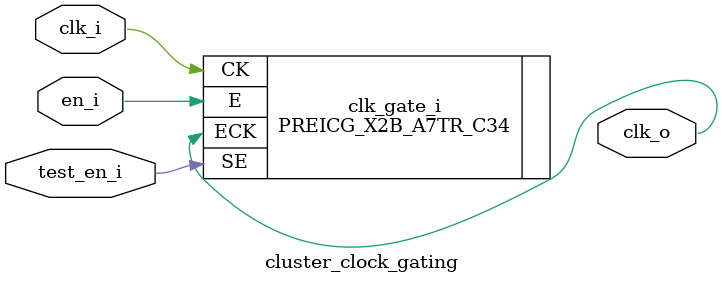
<source format=sv>


module cluster_clock_gating
(
    input  logic clk_i,
    input  logic en_i,
    input  logic test_en_i,
    output logic clk_o
);

  PREICG_X2B_A7TR_C34 clk_gate_i
  (
    .ECK ( clk_o     ),
    .CK  ( clk_i     ),
    .E   ( en_i      ),
    .SE  ( test_en_i )
  );

endmodule

</source>
